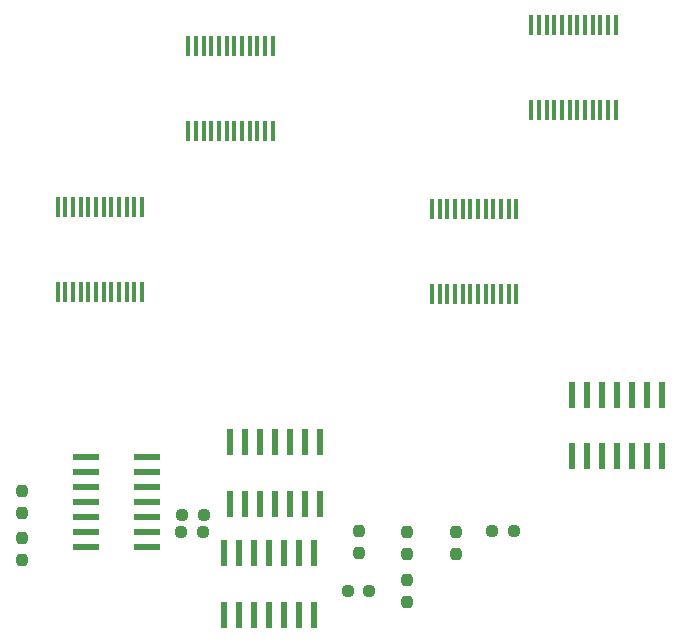
<source format=gbr>
%TF.GenerationSoftware,KiCad,Pcbnew,(7.0.0)*%
%TF.CreationDate,2024-02-13T04:28:46-03:00*%
%TF.ProjectId,pcb_peau_v1,7063625f-7065-4617-955f-76312e6b6963,rev?*%
%TF.SameCoordinates,Original*%
%TF.FileFunction,Paste,Top*%
%TF.FilePolarity,Positive*%
%FSLAX46Y46*%
G04 Gerber Fmt 4.6, Leading zero omitted, Abs format (unit mm)*
G04 Created by KiCad (PCBNEW (7.0.0)) date 2024-02-13 04:28:46*
%MOMM*%
%LPD*%
G01*
G04 APERTURE LIST*
G04 Aperture macros list*
%AMRoundRect*
0 Rectangle with rounded corners*
0 $1 Rounding radius*
0 $2 $3 $4 $5 $6 $7 $8 $9 X,Y pos of 4 corners*
0 Add a 4 corners polygon primitive as box body*
4,1,4,$2,$3,$4,$5,$6,$7,$8,$9,$2,$3,0*
0 Add four circle primitives for the rounded corners*
1,1,$1+$1,$2,$3*
1,1,$1+$1,$4,$5*
1,1,$1+$1,$6,$7*
1,1,$1+$1,$8,$9*
0 Add four rect primitives between the rounded corners*
20,1,$1+$1,$2,$3,$4,$5,0*
20,1,$1+$1,$4,$5,$6,$7,0*
20,1,$1+$1,$6,$7,$8,$9,0*
20,1,$1+$1,$8,$9,$2,$3,0*%
G04 Aperture macros list end*
%ADD10R,0.450000X1.750000*%
%ADD11RoundRect,0.237500X-0.237500X0.250000X-0.237500X-0.250000X0.237500X-0.250000X0.237500X0.250000X0*%
%ADD12R,0.600000X2.200000*%
%ADD13R,2.200000X0.600000*%
%ADD14RoundRect,0.237500X0.250000X0.237500X-0.250000X0.237500X-0.250000X-0.237500X0.250000X-0.237500X0*%
%ADD15RoundRect,0.237500X0.237500X-0.250000X0.237500X0.250000X-0.237500X0.250000X-0.237500X-0.250000X0*%
%ADD16RoundRect,0.237500X-0.250000X-0.237500X0.250000X-0.237500X0.250000X0.237500X-0.250000X0.237500X0*%
G04 APERTURE END LIST*
D10*
%TO.C,U5*%
X216315811Y-81336306D03*
X216965811Y-81336306D03*
X217615811Y-81336306D03*
X218265811Y-81336306D03*
X218915811Y-81336306D03*
X219565811Y-81336306D03*
X220215811Y-81336306D03*
X220865811Y-81336306D03*
X221515811Y-81336306D03*
X222165811Y-81336306D03*
X222815811Y-81336306D03*
X223465811Y-81336306D03*
X223465811Y-74136306D03*
X222815811Y-74136306D03*
X222165811Y-74136306D03*
X221515811Y-74136306D03*
X220865811Y-74136306D03*
X220215811Y-74136306D03*
X219565811Y-74136306D03*
X218915811Y-74136306D03*
X218265811Y-74136306D03*
X217615811Y-74136306D03*
X216965811Y-74136306D03*
X216315811Y-74136306D03*
%TD*%
%TO.C,U6*%
X184623895Y-81112499D03*
X185273895Y-81112499D03*
X185923895Y-81112499D03*
X186573895Y-81112499D03*
X187223895Y-81112499D03*
X187873895Y-81112499D03*
X188523895Y-81112499D03*
X189173895Y-81112499D03*
X189823895Y-81112499D03*
X190473895Y-81112499D03*
X191123895Y-81112499D03*
X191773895Y-81112499D03*
X191773895Y-73912499D03*
X191123895Y-73912499D03*
X190473895Y-73912499D03*
X189823895Y-73912499D03*
X189173895Y-73912499D03*
X188523895Y-73912499D03*
X187873895Y-73912499D03*
X187223895Y-73912499D03*
X186573895Y-73912499D03*
X185923895Y-73912499D03*
X185273895Y-73912499D03*
X184623895Y-73912499D03*
%TD*%
D11*
%TO.C,R10*%
X181600000Y-98010000D03*
X181600000Y-99835000D03*
%TD*%
D10*
%TO.C,U3*%
X224740811Y-65736306D03*
X225390811Y-65736306D03*
X226040811Y-65736306D03*
X226690811Y-65736306D03*
X227340811Y-65736306D03*
X227990811Y-65736306D03*
X228640811Y-65736306D03*
X229290811Y-65736306D03*
X229940811Y-65736306D03*
X230590811Y-65736306D03*
X231240811Y-65736306D03*
X231890811Y-65736306D03*
X231890811Y-58536306D03*
X231240811Y-58536306D03*
X230590811Y-58536306D03*
X229940811Y-58536306D03*
X229290811Y-58536306D03*
X228640811Y-58536306D03*
X227990811Y-58536306D03*
X227340811Y-58536306D03*
X226690811Y-58536306D03*
X226040811Y-58536306D03*
X225390811Y-58536306D03*
X224740811Y-58536306D03*
%TD*%
D12*
%TO.C,U7*%
X206349999Y-103262499D03*
X205079999Y-103262499D03*
X203809999Y-103262499D03*
X202539999Y-103262499D03*
X201269999Y-103262499D03*
X199999999Y-103262499D03*
X198729999Y-103262499D03*
X198729999Y-108462499D03*
X199999999Y-108462499D03*
X201269999Y-108462499D03*
X202539999Y-108462499D03*
X203809999Y-108462499D03*
X205079999Y-108462499D03*
X206349999Y-108462499D03*
%TD*%
D13*
%TO.C,U8*%
X186999999Y-95112499D03*
X186999999Y-96382499D03*
X186999999Y-97652499D03*
X186999999Y-98922499D03*
X186999999Y-100192499D03*
X186999999Y-101462499D03*
X186999999Y-102732499D03*
X192199999Y-102732499D03*
X192199999Y-101462499D03*
X192199999Y-100192499D03*
X192199999Y-98922499D03*
X192199999Y-97652499D03*
X192199999Y-96382499D03*
X192199999Y-95112499D03*
%TD*%
D14*
%TO.C,R22*%
X211000000Y-106462500D03*
X209175000Y-106462500D03*
%TD*%
D12*
%TO.C,U2*%
X199189999Y-99062499D03*
X200459999Y-99062499D03*
X201729999Y-99062499D03*
X202999999Y-99062499D03*
X204269999Y-99062499D03*
X205539999Y-99062499D03*
X206809999Y-99062499D03*
X206809999Y-93862499D03*
X205539999Y-93862499D03*
X204269999Y-93862499D03*
X202999999Y-93862499D03*
X201729999Y-93862499D03*
X200459999Y-93862499D03*
X199189999Y-93862499D03*
%TD*%
D15*
%TO.C,R4*%
X214175000Y-107375000D03*
X214175000Y-105550000D03*
%TD*%
D12*
%TO.C,U9*%
X235809999Y-89862499D03*
X234539999Y-89862499D03*
X233269999Y-89862499D03*
X231999999Y-89862499D03*
X230729999Y-89862499D03*
X229459999Y-89862499D03*
X228189999Y-89862499D03*
X228189999Y-95062499D03*
X229459999Y-95062499D03*
X230729999Y-95062499D03*
X231999999Y-95062499D03*
X233269999Y-95062499D03*
X234539999Y-95062499D03*
X235809999Y-95062499D03*
%TD*%
D11*
%TO.C,R9*%
X214175000Y-101462500D03*
X214175000Y-103287500D03*
%TD*%
%TO.C,R8*%
X181600000Y-102010000D03*
X181600000Y-103835000D03*
%TD*%
D16*
%TO.C,R21*%
X221437500Y-101375000D03*
X223262500Y-101375000D03*
%TD*%
D15*
%TO.C,R23*%
X218350000Y-103287500D03*
X218350000Y-101462500D03*
%TD*%
D10*
%TO.C,U4*%
X195698895Y-67512499D03*
X196348895Y-67512499D03*
X196998895Y-67512499D03*
X197648895Y-67512499D03*
X198298895Y-67512499D03*
X198948895Y-67512499D03*
X199598895Y-67512499D03*
X200248895Y-67512499D03*
X200898895Y-67512499D03*
X201548895Y-67512499D03*
X202198895Y-67512499D03*
X202848895Y-67512499D03*
X202848895Y-60312499D03*
X202198895Y-60312499D03*
X201548895Y-60312499D03*
X200898895Y-60312499D03*
X200248895Y-60312499D03*
X199598895Y-60312499D03*
X198948895Y-60312499D03*
X198298895Y-60312499D03*
X197648895Y-60312499D03*
X196998895Y-60312499D03*
X196348895Y-60312499D03*
X195698895Y-60312499D03*
%TD*%
D15*
%TO.C,R11*%
X210175000Y-103200000D03*
X210175000Y-101375000D03*
%TD*%
D16*
%TO.C,R20*%
X195175000Y-100000000D03*
X197000000Y-100000000D03*
%TD*%
D14*
%TO.C,R25*%
X196912500Y-101462500D03*
X195087500Y-101462500D03*
%TD*%
M02*

</source>
